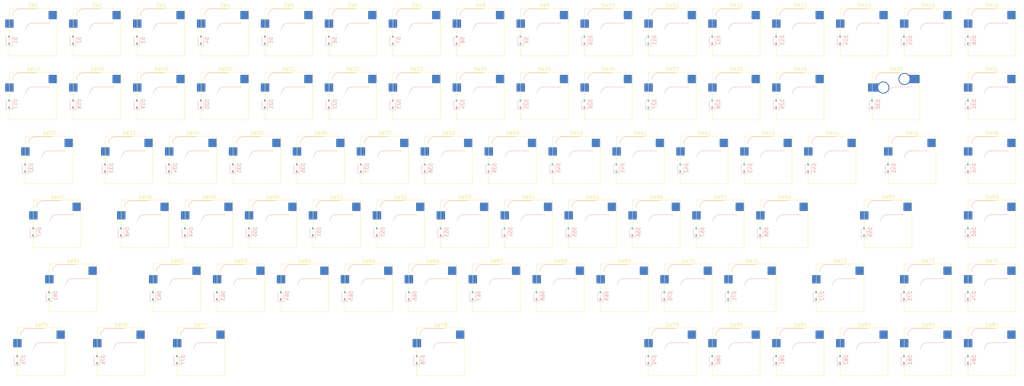
<source format=kicad_pcb>
(kicad_pcb
	(version 20241229)
	(generator "pcbnew")
	(generator_version "9.0")
	(general
		(thickness 1.6)
		(legacy_teardrops no)
	)
	(paper "A3")
	(layers
		(0 "F.Cu" signal)
		(2 "B.Cu" signal)
		(9 "F.Adhes" user "F.Adhesive")
		(11 "B.Adhes" user "B.Adhesive")
		(13 "F.Paste" user)
		(15 "B.Paste" user)
		(5 "F.SilkS" user "F.Silkscreen")
		(7 "B.SilkS" user "B.Silkscreen")
		(1 "F.Mask" user)
		(3 "B.Mask" user)
		(17 "Dwgs.User" user "User.Drawings")
		(19 "Cmts.User" user "User.Comments")
		(21 "Eco1.User" user "User.Eco1")
		(23 "Eco2.User" user "User.Eco2")
		(25 "Edge.Cuts" user)
		(27 "Margin" user)
		(31 "F.CrtYd" user "F.Courtyard")
		(29 "B.CrtYd" user "B.Courtyard")
		(35 "F.Fab" user)
		(33 "B.Fab" user)
		(39 "User.1" user)
		(41 "User.2" user)
		(43 "User.3" user)
		(45 "User.4" user)
	)
	(setup
		(pad_to_mask_clearance 0)
		(allow_soldermask_bridges_in_footprints no)
		(tenting front back)
		(pcbplotparams
			(layerselection 0x00000000_00000000_55555555_5755f5ff)
			(plot_on_all_layers_selection 0x00000000_00000000_00000000_00000000)
			(disableapertmacros no)
			(usegerberextensions no)
			(usegerberattributes yes)
			(usegerberadvancedattributes yes)
			(creategerberjobfile yes)
			(dashed_line_dash_ratio 12.000000)
			(dashed_line_gap_ratio 3.000000)
			(svgprecision 4)
			(plotframeref no)
			(mode 1)
			(useauxorigin no)
			(hpglpennumber 1)
			(hpglpenspeed 20)
			(hpglpendiameter 15.000000)
			(pdf_front_fp_property_popups yes)
			(pdf_back_fp_property_popups yes)
			(pdf_metadata yes)
			(pdf_single_document no)
			(dxfpolygonmode yes)
			(dxfimperialunits yes)
			(dxfusepcbnewfont yes)
			(psnegative no)
			(psa4output no)
			(plot_black_and_white yes)
			(plotinvisibletext no)
			(sketchpadsonfab no)
			(plotpadnumbers no)
			(hidednponfab no)
			(sketchdnponfab yes)
			(crossoutdnponfab yes)
			(subtractmaskfromsilk no)
			(outputformat 1)
			(mirror no)
			(drillshape 1)
			(scaleselection 1)
			(outputdirectory "")
		)
	)
	(net 0 "")
	(net 1 "Net-(D1-A)")
	(net 2 "unconnected-(D1-K-Pad1)")
	(net 3 "Net-(D2-A)")
	(net 4 "unconnected-(D2-K-Pad1)")
	(net 5 "unconnected-(D3-K-Pad1)")
	(net 6 "Net-(D3-A)")
	(net 7 "Net-(D4-A)")
	(net 8 "unconnected-(D4-K-Pad1)")
	(net 9 "unconnected-(D5-K-Pad1)")
	(net 10 "Net-(D5-A)")
	(net 11 "Net-(D6-A)")
	(net 12 "unconnected-(D6-K-Pad1)")
	(net 13 "Net-(D7-A)")
	(net 14 "unconnected-(D7-K-Pad1)")
	(net 15 "unconnected-(D8-K-Pad1)")
	(net 16 "Net-(D8-A)")
	(net 17 "unconnected-(D9-K-Pad1)")
	(net 18 "Net-(D9-A)")
	(net 19 "unconnected-(D10-K-Pad1)")
	(net 20 "Net-(D10-A)")
	(net 21 "unconnected-(D11-K-Pad1)")
	(net 22 "Net-(D11-A)")
	(net 23 "unconnected-(D12-K-Pad1)")
	(net 24 "Net-(D12-A)")
	(net 25 "Net-(D13-A)")
	(net 26 "unconnected-(D13-K-Pad1)")
	(net 27 "Net-(D14-A)")
	(net 28 "unconnected-(D14-K-Pad1)")
	(net 29 "Net-(D15-A)")
	(net 30 "unconnected-(D15-K-Pad1)")
	(net 31 "unconnected-(D16-K-Pad1)")
	(net 32 "Net-(D16-A)")
	(net 33 "Net-(D17-A)")
	(net 34 "unconnected-(D17-K-Pad1)")
	(net 35 "Net-(D18-A)")
	(net 36 "unconnected-(D18-K-Pad1)")
	(net 37 "Net-(D19-A)")
	(net 38 "unconnected-(D19-K-Pad1)")
	(net 39 "Net-(D20-A)")
	(net 40 "unconnected-(D20-K-Pad1)")
	(net 41 "unconnected-(D21-K-Pad1)")
	(net 42 "Net-(D21-A)")
	(net 43 "unconnected-(D22-K-Pad1)")
	(net 44 "Net-(D22-A)")
	(net 45 "unconnected-(D23-K-Pad1)")
	(net 46 "Net-(D23-A)")
	(net 47 "Net-(D24-A)")
	(net 48 "unconnected-(D24-K-Pad1)")
	(net 49 "unconnected-(D25-K-Pad1)")
	(net 50 "Net-(D25-A)")
	(net 51 "unconnected-(D26-K-Pad1)")
	(net 52 "Net-(D26-A)")
	(net 53 "unconnected-(D27-K-Pad1)")
	(net 54 "Net-(D27-A)")
	(net 55 "unconnected-(D28-K-Pad1)")
	(net 56 "Net-(D28-A)")
	(net 57 "unconnected-(D29-K-Pad1)")
	(net 58 "Net-(D29-A)")
	(net 59 "unconnected-(D30-K-Pad1)")
	(net 60 "Net-(D30-A)")
	(net 61 "Net-(D31-A)")
	(net 62 "unconnected-(D31-K-Pad1)")
	(net 63 "Net-(D32-A)")
	(net 64 "unconnected-(D32-K-Pad1)")
	(net 65 "Net-(D33-A)")
	(net 66 "unconnected-(D33-K-Pad1)")
	(net 67 "unconnected-(D34-K-Pad1)")
	(net 68 "Net-(D34-A)")
	(net 69 "Net-(D35-A)")
	(net 70 "unconnected-(D35-K-Pad1)")
	(net 71 "Net-(D36-A)")
	(net 72 "unconnected-(D36-K-Pad1)")
	(net 73 "Net-(D37-A)")
	(net 74 "unconnected-(D37-K-Pad1)")
	(net 75 "unconnected-(D38-K-Pad1)")
	(net 76 "Net-(D38-A)")
	(net 77 "unconnected-(D39-K-Pad1)")
	(net 78 "Net-(D39-A)")
	(net 79 "Net-(D40-A)")
	(net 80 "unconnected-(D40-K-Pad1)")
	(net 81 "Net-(D41-A)")
	(net 82 "unconnected-(D41-K-Pad1)")
	(net 83 "Net-(D42-A)")
	(net 84 "unconnected-(D42-K-Pad1)")
	(net 85 "unconnected-(D43-K-Pad1)")
	(net 86 "Net-(D43-A)")
	(net 87 "unconnected-(D44-K-Pad1)")
	(net 88 "Net-(D44-A)")
	(net 89 "unconnected-(D45-K-Pad1)")
	(net 90 "Net-(D45-A)")
	(net 91 "Net-(D46-A)")
	(net 92 "unconnected-(D46-K-Pad1)")
	(net 93 "Net-(D47-A)")
	(net 94 "unconnected-(D47-K-Pad1)")
	(net 95 "unconnected-(D48-K-Pad1)")
	(net 96 "Net-(D48-A)")
	(net 97 "unconnected-(D49-K-Pad1)")
	(net 98 "Net-(D49-A)")
	(net 99 "Net-(D50-A)")
	(net 100 "unconnected-(D50-K-Pad1)")
	(net 101 "unconnected-(D51-K-Pad1)")
	(net 102 "Net-(D51-A)")
	(net 103 "unconnected-(D52-K-Pad1)")
	(net 104 "Net-(D52-A)")
	(net 105 "Net-(D53-A)")
	(net 106 "unconnected-(D53-K-Pad1)")
	(net 107 "unconnected-(D54-K-Pad1)")
	(net 108 "Net-(D54-A)")
	(net 109 "unconnected-(D55-K-Pad1)")
	(net 110 "Net-(D55-A)")
	(net 111 "unconnected-(D56-K-Pad1)")
	(net 112 "Net-(D56-A)")
	(net 113 "Net-(D57-A)")
	(net 114 "unconnected-(D57-K-Pad1)")
	(net 115 "Net-(D58-A)")
	(net 116 "unconnected-(D58-K-Pad1)")
	(net 117 "Net-(D59-A)")
	(net 118 "unconnected-(D59-K-Pad1)")
	(net 119 "unconnected-(D60-K-Pad1)")
	(net 120 "Net-(D60-A)")
	(net 121 "Net-(D61-A)")
	(net 122 "unconnected-(D61-K-Pad1)")
	(net 123 "Net-(D62-A)")
	(net 124 "unconnected-(D62-K-Pad1)")
	(net 125 "Net-(D63-A)")
	(net 126 "unconnected-(D63-K-Pad1)")
	(net 127 "unconnected-(D64-K-Pad1)")
	(net 128 "Net-(D64-A)")
	(net 129 "Net-(D65-A)")
	(net 130 "unconnected-(D65-K-Pad1)")
	(net 131 "Net-(D66-A)")
	(net 132 "unconnected-(D66-K-Pad1)")
	(net 133 "Net-(D67-A)")
	(net 134 "unconnected-(D67-K-Pad1)")
	(net 135 "Net-(D68-A)")
	(net 136 "unconnected-(D68-K-Pad1)")
	(net 137 "Net-(D69-A)")
	(net 138 "unconnected-(D69-K-Pad1)")
	(net 139 "unconnected-(D70-K-Pad1)")
	(net 140 "Net-(D70-A)")
	(net 141 "unconnected-(D71-K-Pad1)")
	(net 142 "Net-(D71-A)")
	(net 143 "unconnected-(D72-K-Pad1)")
	(net 144 "Net-(D72-A)")
	(net 145 "unconnected-(D73-K-Pad1)")
	(net 146 "Net-(D73-A)")
	(net 147 "unconnected-(D74-K-Pad1)")
	(net 148 "Net-(D74-A)")
	(net 149 "unconnected-(D75-K-Pad1)")
	(net 150 "Net-(D75-A)")
	(net 151 "Net-(D76-A)")
	(net 152 "unconnected-(D76-K-Pad1)")
	(net 153 "Net-(D77-A)")
	(net 154 "unconnected-(D77-K-Pad1)")
	(net 155 "Net-(D78-A)")
	(net 156 "unconnected-(D78-K-Pad1)")
	(net 157 "unconnected-(D79-K-Pad1)")
	(net 158 "Net-(D79-A)")
	(net 159 "unconnected-(D80-K-Pad1)")
	(net 160 "Net-(D80-A)")
	(net 161 "Net-(D81-A)")
	(net 162 "unconnected-(D81-K-Pad1)")
	(net 163 "unconnected-(D82-K-Pad1)")
	(net 164 "Net-(D82-A)")
	(net 165 "unconnected-(D83-K-Pad1)")
	(net 166 "Net-(D83-A)")
	(net 167 "unconnected-(D84-K-Pad1)")
	(net 168 "Net-(D84-A)")
	(net 169 "unconnected-(SW1-Pad2)")
	(net 170 "unconnected-(SW2-Pad2)")
	(net 171 "unconnected-(SW3-Pad2)")
	(net 172 "unconnected-(SW4-Pad2)")
	(net 173 "unconnected-(SW5-Pad2)")
	(net 174 "unconnected-(SW6-Pad2)")
	(net 175 "unconnected-(SW7-Pad2)")
	(net 176 "unconnected-(SW8-Pad2)")
	(net 177 "unconnected-(SW9-Pad2)")
	(net 178 "unconnected-(SW10-Pad2)")
	(net 179 "unconnected-(SW11-Pad2)")
	(net 180 "unconnected-(SW12-Pad2)")
	(net 181 "unconnected-(SW13-Pad2)")
	(net 182 "unconnected-(SW14-Pad2)")
	(net 183 "unconnected-(SW15-Pad2)")
	(net 184 "unconnected-(SW16-Pad2)")
	(net 185 "unconnected-(SW17-Pad2)")
	(net 186 "unconnected-(SW18-Pad2)")
	(net 187 "unconnected-(SW19-Pad2)")
	(net 188 "unconnected-(SW20-Pad2)")
	(net 189 "unconnected-(SW21-Pad2)")
	(net 190 "unconnected-(SW22-Pad2)")
	(net 191 "unconnected-(SW23-Pad2)")
	(net 192 "unconnected-(SW24-Pad2)")
	(net 193 "unconnected-(SW25-Pad2)")
	(net 194 "unconnected-(SW26-Pad2)")
	(net 195 "unconnected-(SW27-Pad2)")
	(net 196 "unconnected-(SW28-Pad2)")
	(net 197 "unconnected-(SW29-Pad2)")
	(net 198 "unconnected-(SW30-Pad2)")
	(net 199 "unconnected-(SW31-Pad2)")
	(net 200 "unconnected-(SW32-Pad2)")
	(net 201 "unconnected-(SW33-Pad2)")
	(net 202 "unconnected-(SW34-Pad2)")
	(net 203 "unconnected-(SW35-Pad2)")
	(net 204 "unconnected-(SW36-Pad2)")
	(net 205 "unconnected-(SW37-Pad2)")
	(net 206 "unconnected-(SW38-Pad2)")
	(net 207 "unconnected-(SW39-Pad2)")
	(net 208 "unconnected-(SW40-Pad2)")
	(net 209 "unconnected-(SW41-Pad2)")
	(net 210 "unconnected-(SW42-Pad2)")
	(net 211 "unconnected-(SW43-Pad2)")
	(net 212 "unconnected-(SW44-Pad2)")
	(net 213 "unconnected-(SW45-Pad2)")
	(net 214 "unconnected-(SW46-Pad2)")
	(net 215 "unconnected-(SW47-Pad2)")
	(net 216 "unconnected-(SW48-Pad2)")
	(net 217 "unconnected-(SW49-Pad2)")
	(net 218 "unconnected-(SW50-Pad2)")
	(net 219 "unconnected-(SW51-Pad2)")
	(net 220 "unconnected-(SW52-Pad2)")
	(net 221 "unconnected-(SW53-Pad2)")
	(net 222 "unconnected-(SW54-Pad2)")
	(net 223 "unconnected-(SW55-Pad2)")
	(net 224 "unconnected-(SW56-Pad2)")
	(net 225 "unconnected-(SW57-Pad2)")
	(net 226 "unconnected-(SW58-Pad2)")
	(net 227 "unconnected-(SW59-Pad2)")
	(net 228 "unconnected-(SW60-Pad2)")
	(net 229 "unconnected-(SW61-Pad2)")
	(net 230 "unconnected-(SW62-Pad2)")
	(net 231 "unconnected-(SW63-Pad2)")
	(net 232 "unconnected-(SW64-Pad2)")
	(net 233 "unconnected-(SW65-Pad2)")
	(net 234 "unconnected-(SW66-Pad2)")
	(net 235 "unconnected-(SW67-Pad2)")
	(net 236 "unconnected-(SW68-Pad2)")
	(net 237 "unconnected-(SW69-Pad2)")
	(net 238 "unconnected-(SW70-Pad2)")
	(net 239 "unconnected-(SW71-Pad2)")
	(net 240 "unconnected-(SW72-Pad2)")
	(net 241 "unconnected-(SW73-Pad2)")
	(net 242 "unconnected-(SW74-Pad2)")
	(net 243 "unconnected-(SW75-Pad2)")
	(net 244 "unconnected-(SW76-Pad2)")
	(net 245 "unconnected-(SW77-Pad2)")
	(net 246 "unconnected-(SW78-Pad2)")
	(net 247 "unconnected-(SW79-Pad2)")
	(net 248 "unconnected-(SW80-Pad2)")
	(net 249 "unconnected-(SW81-Pad2)")
	(net 250 "unconnected-(SW82-Pad2)")
	(net 251 "unconnected-(SW83-Pad2)")
	(net 252 "unconnected-(SW84-Pad2)")
	(footprint "PCM_Switch_Keyboard_Hotswap_Kailh:SW_Hotswap_Kailh_MX_1.25u" (layer "F.Cu") (at 97.63125 142.875))
	(footprint "PCM_Switch_Keyboard_Hotswap_Kailh:SW_Hotswap_Kailh_MX_1.75u" (layer "F.Cu") (at 54.76875 104.775))
	(footprint "PCM_Switch_Keyboard_Hotswap_Kailh:SW_Hotswap_Kailh_MX_1.00u" (layer "F.Cu") (at 314.325 142.875))
	(footprint "PCM_Switch_Keyboard_Hotswap_Kailh:SW_Hotswap_Kailh_MX_1.00u" (layer "F.Cu") (at 219.075 66.675))
	(footprint "PCM_Switch_Keyboard_Hotswap_Kailh:SW_Hotswap_Kailh_MX_1.00u" (layer "F.Cu") (at 180.975 66.675))
	(footprint "PCM_Switch_Keyboard_Hotswap_Kailh:SW_Hotswap_Kailh_MX_1.00u" (layer "F.Cu") (at 295.275 47.625))
	(footprint "PCM_Switch_Keyboard_Hotswap_Kailh:SW_Hotswap_Kailh_MX_1.00u" (layer "F.Cu") (at 333.375 85.725))
	(footprint "PCM_Switch_Keyboard_Hotswap_Kailh:SW_Hotswap_Kailh_MX_1.00u" (layer "F.Cu") (at 176.2125 104.775))
	(footprint "PCM_Switch_Keyboard_Hotswap_Kailh:SW_Hotswap_Kailh_MX_1.00u" (layer "F.Cu") (at 223.8375 123.825))
	(footprint "PCM_Switch_Keyboard_Hotswap_Kailh:SW_Hotswap_Kailh_MX_1.00u" (layer "F.Cu") (at 238.125 47.625))
	(footprint "PCM_Switch_Keyboard_Hotswap_Kailh:SW_Hotswap_Kailh_MX_1.00u" (layer "F.Cu") (at 190.5 85.725))
	(footprint "PCM_Switch_Keyboard_Hotswap_Kailh:SW_Hotswap_Kailh_MX_1.00u" (layer "F.Cu") (at 123.825 66.675))
	(footprint "PCM_Switch_Keyboard_Hotswap_Kailh:SW_Hotswap_Kailh_MX_1.00u" (layer "F.Cu") (at 252.4125 104.775))
	(footprint "PCM_Switch_Keyboard_Hotswap_Kailh:SW_Hotswap_Kailh_MX_1.00u" (layer "F.Cu") (at 238.125 66.675))
	(footprint "PCM_Switch_Keyboard_Hotswap_Kailh:SW_Hotswap_Kailh_MX_1.00u"
		(layer "F.Cu")
		(uuid "353f2468-817a-45fd-84d5-1fbdd070f1b2")
		(at 104.775 66.675)
		(descr "Kailh keyswitch Hotswap Socket with 1.00u keycap")
		(tags "Kailh Keyboard Keyswitch Switch Hotswap Socket Cutout 1.00u")
		(property "Reference" "SW20"
			(at 0 -8 0)
			(layer "F.SilkS")
			(uuid "8cdb043c-e036-4ed0-9e8a-eb9e9e6da951")
			(effects
				(font
					(size 1 1)
					(thickness 0.15)
				)
			)
		)
		(property "Value" "SW_Push"
			(at 0 8 0)
			(layer "F.Fab")
			(uuid "dffd5f63-73e0-4e81-9cd8-f94741942770")
			(effects
				(font
					(size 1 1)
					(thickness 0.15)
				)
			)
		)
		(property "Datasheet" ""
			(at 0 0 0)
			(layer "F.Fab")
			(hide yes)
			(uuid "5f5dbd94-2f41-49d8-b5de-2597e3c841c1")
			(effects
				(font
					(size 1.27 1.27)
					(thickness 0.15)
				)
			)
		)
		(property "Description" "Push button switch, generic, two pins"
			(at 0 0 0)
			(layer "F.Fab")
			(hide yes)
			(uuid "f8785273-e59e-400c-a27b-c4a9032a60da")
			(effects
				(font
					(size 1.27 1.27)
					(thickness 0.15)
				)
			)
		)
		(property "LCSC" ""
			(at 0 0 0)
			(unlocked yes)
			(layer "F.Fab")
			(hide yes)
			(uuid "633110b6-3d61-4971-88d5-64c522761d50")
			(effects
				(font
					(size 1 1)
					(thickness 0.15)
				)
			)
		)
		(path "/07009e26-13b1-4e2a-8166-da6b3eace284")
		(sheetname "/")
		(sheetfile "Keyboard-0.kicad_sch")
		(attr smd)
		(fp_line
			(start -7.1 -7.1)
			(end -7.1 7.1)
			(stroke
				(width 0.12)
				(type solid)
			)
			(layer "F.SilkS")
			(uuid "a4d250e4-6374-459f-8b76-3bc024e28de4")
		)
		(fp_line
			(start -7.1 7.1)
			(end 7.1 7.1)
			(stroke
				(width 0.12)
				(type solid)
			)
			(layer "F.SilkS")
			(uuid "8d3ff3e5-c023-421e-86c2-94f92ca9b495")
		)
		(fp_line
			(start 7.1 -7.1)
			(end -7.1 -7.1)
			(stroke
				(width 0.12)
				(type solid)
			)
			(layer "F.SilkS")
			(uuid "e3f0c6a0-add1-4965-bb1d-f7ffb8f1ad53")
		)
		(fp_line
			(start 7.1 7.1)
			(end 7.1 -7.1)
			(stroke
				(width 0.12)
				(type solid)
			)
			(layer "F.SilkS")
			(uuid "e2540b6d-5f89-4cf1-8215-ad2fd898ff74")
		)
		(fp_line
			(start -4.1 -6.9)
			(end 1 -6.9)
			(stroke
				(width 0.12)
				(type solid)
			)
			(layer "B.SilkS")
			(uuid "78c74a8e-5d17-449d-8e28-1c014028a68d")
		)
		(fp_line
			(start -0.2 -2.7)
			(end 4.9 -2.7)
			(stroke
				(width 0.12)
				(type solid)
			)
			(layer "B.SilkS")
			(uuid "e625e61c-f49a-4512-80e1-a684d9bd6132")
		)
		(fp_arc
			(start -6.1 -4.9)
			(mid -5.514214 -6.314214)
			(end -4.1 -
... [1466757 chars truncated]
</source>
